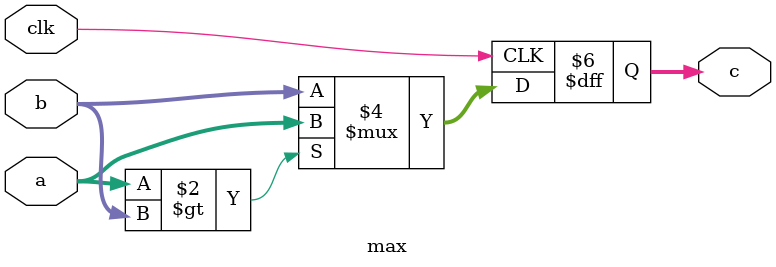
<source format=v>
`timescale 1ns / 1ps


module max 
# (parameter N=4)
(  input [N:0]a,
    input [N:0]b,
    input clk,
    output reg [N:0]c);

always @ (posedge clk)    
if (a>b)
    c<=a; 
else 
    c<=b;
    
   
endmodule

</source>
